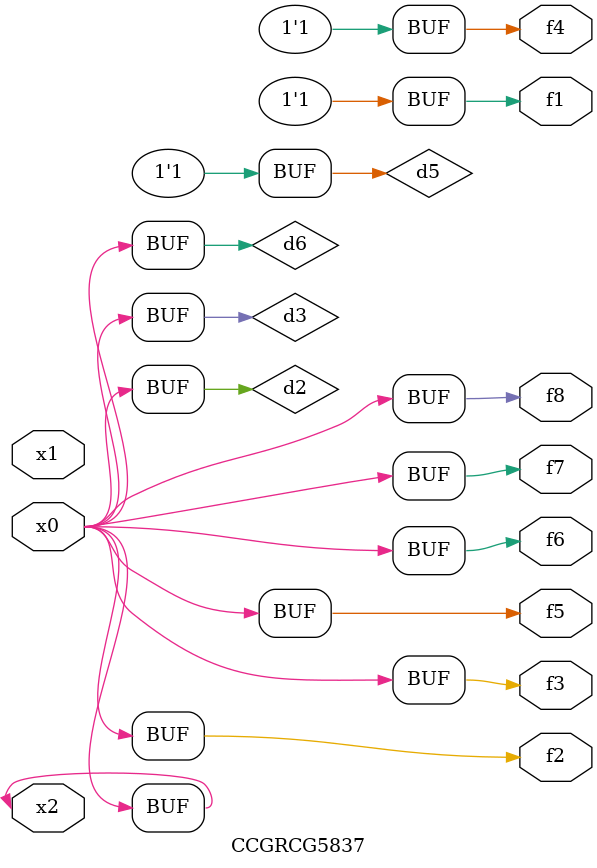
<source format=v>
module CCGRCG5837(
	input x0, x1, x2,
	output f1, f2, f3, f4, f5, f6, f7, f8
);

	wire d1, d2, d3, d4, d5, d6;

	xnor (d1, x2);
	buf (d2, x0, x2);
	and (d3, x0);
	xnor (d4, x1, x2);
	nand (d5, d1, d3);
	buf (d6, d2, d3);
	assign f1 = d5;
	assign f2 = d6;
	assign f3 = d6;
	assign f4 = d5;
	assign f5 = d6;
	assign f6 = d6;
	assign f7 = d6;
	assign f8 = d6;
endmodule

</source>
